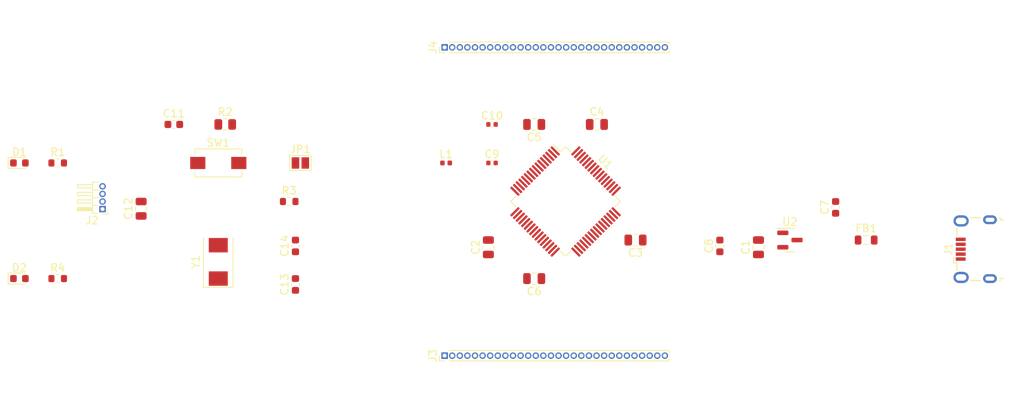
<source format=kicad_pcb>
(kicad_pcb (version 20221018) (generator pcbnew)
  (layers (0 "F.Cu" signal) (31 "B.Cu" signal) (34 "B.Paste" user) (35 "F.Paste" user) (36 "B.SilkS" user "B.Silkscreen") (37 "F.SilkS" user "F.Silkscreen") (38 "B.Mask" user) (39 "F.Mask" user) (44 "Edge.Cuts" user))
  (net 0 "")
  (net 1 "+3.3V")
  (net 2 "GND")
  (net 3 "Net-(U2-VI)")
  (net 4 "+3.3VA")
  (net 5 "Net-(SW1-A)")
  (net 6 "RESET")
  (net 7 "HSE_OUT")
  (net 8 "HSE_IN")
  (net 9 "Net-(D1-K)")
  (net 10 "Net-(D2-K)")
  (net 11 "+5V")
  (net 12 "USBD-")
  (net 13 "USBD+")
  (net 16 "SWDIO")
  (net 17 "SWDCLK")
  (net 18 "PA0")
  (net 19 "PA1")
  (net 20 "PA2")
  (net 21 "PA3")
  (net 22 "PA4")
  (net 23 "PA5")
  (net 24 "PA6")
  (net 25 "PA7")
  (net 26 "PA8")
  (net 27 "PA9")
  (net 28 "PA10")
  (net 29 "PA15")
  (net 30 "PB0")
  (net 31 "PB1")
  (net 32 "PB2")
  (net 33 "PB3")
  (net 34 "PB4")
  (net 35 "PB5")
  (net 36 "PB6")
  (net 37 "PB7")
  (net 38 "PB8")
  (net 39 "PB9")
  (net 40 "PB10")
  (net 41 "PB11")
  (net 42 "PB12")
  (net 43 "PB13")
  (net 44 "PB14")
  (net 45 "PB15")
  (net 46 "PC0")
  (net 47 "PC1")
  (net 48 "PC2")
  (net 49 "PC3")
  (net 50 "PC4")
  (net 51 "PC5")
  (net 52 "PC6")
  (net 53 "PC7")
  (net 54 "PC8")
  (net 55 "PC9")
  (net 56 "PC10")
  (net 57 "PC11")
  (net 58 "PC12")
  (net 59 "PC13_LED")
  (net 60 "PC14")
  (net 61 "PC15")
  (net 62 "BOOT0")
  (net 63 "PD2")
  (footprint "Capacitor_SMD:C_0603_1608Metric" (layer "F.Cu") (at 100.825 40.64)
    (fp_text reference "C11" (at 0 -1.43) (layer "F.SilkS"))
    (fp_text value "C")
    (fp_line (start -0.14058 -0.51) (end 0.14058 -0.51) (stroke (width 0.12)) (layer "F.SilkS"))
    (fp_line (start -0.14058 0.51) (end 0.14058 0.51) (stroke (width 0.12)) (layer "F.SilkS"))
    (pad "1" smd roundrect (at -0.775 0) (size 0.9 0.95) (layers "F.Cu" "F.Paste" "F.Mask") (net 5 "Net-(SW1-A)"))
    (pad "2" smd roundrect (at 0.775 0) (size 0.9 0.95) (layers "F.Cu" "F.Paste" "F.Mask") (net 6 "RESET"))
  )
  (footprint "Capacitor_SMD:C_0805_2012Metric" (layer "F.Cu") (at 96.52 51.75 90)
    (fp_text reference "C12" (at 0 -1.68 90) (layer "F.SilkS"))
    (fp_text value "100n")
    (fp_line (start -0.261252 -0.735) (end 0.261252 -0.735) (stroke (width 0.12)) (layer "F.SilkS"))
    (fp_line (start -0.261252 0.735) (end 0.261252 0.735) (stroke (width 0.12)) (layer "F.SilkS"))
    (pad "1" smd roundrect (at -0.95 0 90) (size 1 1.45) (layers "F.Cu" "F.Paste" "F.Mask") (net 1 "+3.3V"))
    (pad "2" smd roundrect (at 0.95 0 90) (size 1 1.45) (layers "F.Cu" "F.Paste" "F.Mask") (net 2 "GND"))
  )
  (footprint "Capacitor_SMD:C_0603_1608Metric" (layer "F.Cu") (at 116.84 56.655 90)
    (fp_text reference "C14" (at 0 -1.43 90) (layer "F.SilkS"))
    (fp_text value "20pf")
    (fp_line (start -0.14058 -0.51) (end 0.14058 -0.51) (stroke (width 0.12)) (layer "F.SilkS"))
    (fp_line (start -0.14058 0.51) (end 0.14058 0.51) (stroke (width 0.12)) (layer "F.SilkS"))
    (pad "1" smd roundrect (at -0.775 0 90) (size 0.9 0.95) (layers "F.Cu" "F.Paste" "F.Mask") (net 8 "HSE_IN"))
    (pad "2" smd roundrect (at 0.775 0 90) (size 0.9 0.95) (layers "F.Cu" "F.Paste" "F.Mask") (net 2 "GND"))
  )
  (footprint "Inductor_SMD:L_0402_1005Metric" (layer "F.Cu") (at 136.675 45.72)
    (fp_text reference "L1" (at 0 -1.17) (layer "F.SilkS"))
    (fp_text value "27n")
    (pad "1" smd roundrect (at -0.485 0) (size 0.59 0.64) (layers "F.Cu" "F.Paste" "F.Mask") (net 1 "+3.3V"))
    (pad "2" smd roundrect (at 0.485 0) (size 0.59 0.64) (layers "F.Cu" "F.Paste" "F.Mask") (net 4 "+3.3VA"))
  )
  (footprint "Package_TO_SOT_SMD:SOT-23" (layer "F.Cu") (at 181.9425 55.88)
    (fp_text reference "U2" (at 0 -2.4) (layer "F.SilkS"))
    (fp_text value "XC6206P332MR")
    (fp_line (start 0 -1.56) (end -1.675 -1.56) (stroke (width 0.12)) (layer "F.SilkS"))
    (fp_line (start 0 -1.56) (end 0.65 -1.56) (stroke (width 0.12)) (layer "F.SilkS"))
    (fp_line (start 0 1.56) (end -0.65 1.56) (stroke (width 0.12)) (layer "F.SilkS"))
    (fp_line (start 0 1.56) (end 0.65 1.56) (stroke (width 0.12)) (layer "F.SilkS"))
    (pad "1" smd roundrect (at -0.9375 -0.95) (size 1.475 0.6) (layers "F.Cu" "F.Paste" "F.Mask") (net 2 "GND"))
    (pad "2" smd roundrect (at -0.9375 0.95) (size 1.475 0.6) (layers "F.Cu" "F.Paste" "F.Mask") (net 1 "+3.3V"))
    (pad "3" smd roundrect (at 0.9375 0) (size 1.475 0.6) (layers "F.Cu" "F.Paste" "F.Mask") (net 3 "Net-(U2-VI)"))
  )
  (footprint "LED_SMD:LED_0603_1608Metric" (layer "F.Cu") (at 80.4925 60.96)
    (fp_text reference "D2" (at 0 -1.43) (layer "F.SilkS"))
    (fp_text value "GREEN")
    (fp_line (start -1.485 -0.735) (end -1.485 0.735) (stroke (width 0.12)) (layer "F.SilkS"))
    (fp_line (start -1.485 0.735) (end 0.8 0.735) (stroke (width 0.12)) (layer "F.SilkS"))
    (fp_line (start 0.8 -0.735) (end -1.485 -0.735) (stroke (width 0.12)) (layer "F.SilkS"))
    (pad "1" smd roundrect (at -0.7875 0) (size 0.875 0.95) (layers "F.Cu" "F.Paste" "F.Mask") (net 10 "Net-(D2-K)"))
    (pad "2" smd roundrect (at 0.7875 0) (size 0.875 0.95) (layers "F.Cu" "F.Paste" "F.Mask") (net 1 "+3.3V"))
  )
  (footprint "Capacitor_SMD:C_0402_1005Metric" (layer "F.Cu") (at 142.72 45.72)
    (fp_text reference "C9" (at 0 -1.16) (layer "F.SilkS"))
    (fp_text value "1u")
    (fp_line (start -0.107836 -0.36) (end 0.107836 -0.36) (stroke (width 0.12)) (layer "F.SilkS"))
    (fp_line (start -0.107836 0.36) (end 0.107836 0.36) (stroke (width 0.12)) (layer "F.SilkS"))
    (pad "1" smd roundrect (at -0.48 0) (size 0.56 0.62) (layers "F.Cu" "F.Paste" "F.Mask") (net 4 "+3.3VA"))
    (pad "2" smd roundrect (at 0.48 0) (size 0.56 0.62) (layers "F.Cu" "F.Paste" "F.Mask") (net 2 "GND"))
  )
  (footprint "Capacitor_SMD:C_0603_1608Metric" (layer "F.Cu") (at 116.84 61.735 90)
    (fp_text reference "C13" (at 0 -1.43 90) (layer "F.SilkS"))
    (fp_text value "20pf")
    (fp_line (start -0.14058 -0.51) (end 0.14058 -0.51) (stroke (width 0.12)) (layer "F.SilkS"))
    (fp_line (start -0.14058 0.51) (end 0.14058 0.51) (stroke (width 0.12)) (layer "F.SilkS"))
    (pad "1" smd roundrect (at -0.775 0 90) (size 0.9 0.95) (layers "F.Cu" "F.Paste" "F.Mask") (net 7 "HSE_OUT"))
    (pad "2" smd roundrect (at 0.775 0 90) (size 0.9 0.95) (layers "F.Cu" "F.Paste" "F.Mask") (net 2 "GND"))
  )
  (footprint "Capacitor_SMD:C_0603_1608Metric" (layer "F.Cu") (at 187.96 51.575 90)
    (fp_text reference "C7" (at 0 -1.43 90) (layer "F.SilkS"))
    (fp_text value "1u")
    (fp_line (start -0.14058 -0.51) (end 0.14058 -0.51) (stroke (width 0.12)) (layer "F.SilkS"))
    (fp_line (start -0.14058 0.51) (end 0.14058 0.51) (stroke (width 0.12)) (layer "F.SilkS"))
    (pad "1" smd roundrect (at -0.775 0 90) (size 0.9 0.95) (layers "F.Cu" "F.Paste" "F.Mask") (net 3 "Net-(U2-VI)"))
    (pad "2" smd roundrect (at 0.775 0 90) (size 0.9 0.95) (layers "F.Cu" "F.Paste" "F.Mask") (net 2 "GND"))
  )
  (footprint "Resistor_SMD:R_0805_2012Metric" (layer "F.Cu") (at 107.5925 40.64)
    (fp_text reference "R2" (at 0 -1.65) (layer "F.SilkS"))
    (fp_text value "R")
    (fp_line (start -0.227064 -0.735) (end 0.227064 -0.735) (stroke (width 0.12)) (layer "F.SilkS"))
    (fp_line (start -0.227064 0.735) (end 0.227064 0.735) (stroke (width 0.12)) (layer "F.SilkS"))
    (pad "1" smd roundrect (at -0.9125 0) (size 1.025 1.4) (layers "F.Cu" "F.Paste" "F.Mask") (roundrect_rratio 0.243902) (net 1 "+3.3V"))
    (pad "2" smd roundrect (at 0.9125 0) (size 1.025 1.4) (layers "F.Cu" "F.Paste" "F.Mask") (roundrect_rratio 0.243902) (net 5 "Net-(SW1-A)"))
  )
  (footprint "Button_Switch_SMD:SW_SPST_EVQPE1" (layer "F.Cu") (at 106.68 45.72)
    (fp_text reference "SW1" (at 0 -2.65) (layer "F.SilkS"))
    (fp_text value "SW_SPST")
    (fp_line (start -3.1 -1.85) (end -3.1 -1.2) (stroke (width 0.12)) (layer "F.SilkS"))
    (fp_line (start -3.1 1.2) (end -3.1 1.85) (stroke (width 0.12)) (layer "F.SilkS"))
    (fp_line (start -3.1 1.85) (end 3.1 1.85) (stroke (width 0.12)) (layer "F.SilkS"))
    (fp_line (start 3.1 -1.85) (end -3.1 -1.85) (stroke (width 0.12)) (layer "F.SilkS"))
    (fp_line (start 3.1 -1.85) (end 3.1 -1.2) (stroke (width 0.12)) (layer "F.SilkS"))
    (fp_line (start 3.1 1.85) (end 3.1 1.2) (stroke (width 0.12)) (layer "F.SilkS"))
    (pad "1" smd rect (at -2.7 0) (size 2 1.6) (layers "F.Cu" "F.Paste" "F.Mask") (net 5 "Net-(SW1-A)"))
    (pad "2" smd rect (at 2.7 0) (size 2 1.6) (layers "F.Cu" "F.Paste" "F.Mask") (net 6 "RESET"))
  )
  (footprint "Crystal:Crystal_SMD_0603-2Pin_6.0x3.5mm" (layer "F.Cu") (at 106.68 58.76 90)
    (fp_text reference "Y1" (at 0 -2.95 90) (layer "F.SilkS"))
    (fp_text value "8MHz")
    (fp_line (start -3.35 -1.95) (end -3.35 1.95) (stroke (width 0.12)) (layer "F.SilkS"))
    (fp_line (start -3.35 1.95) (end 3.2 1.95) (stroke (width 0.12)) (layer "F.SilkS"))
    (fp_line (start 3.2 -1.95) (end -3.35 -1.95) (stroke (width 0.12)) (layer "F.SilkS"))
    (pad "1" smd rect (at -2.2 0 90) (size 1.9 2.5) (layers "F.Cu" "F.Paste" "F.Mask") (net 7 "HSE_OUT"))
    (pad "2" smd rect (at 2.2 0 90) (size 1.9 2.5) (layers "F.Cu" "F.Paste" "F.Mask") (net 8 "HSE_IN"))
  )
  (footprint "Connector_PinHeader_1.00mm:PinHeader_1x04_P1.00mm_Horizontal" (layer "F.Cu") (at 91.44 51.8 180)
    (fp_text reference "J2" (at 1.375 -1.5) (layer "F.SilkS"))
    (fp_text value "Conn_01x04_Pin")
    (fp_line (start -0.685 -0.685) (end 0 -0.685) (stroke (width 0.12)) (layer "F.SilkS"))
    (fp_line (start -0.685 0) (end -0.685 -0.685) (stroke (width 0.12)) (layer "F.SilkS"))
    (fp_line (start 0.468215 1.5) (end 1.31 1.5) (stroke (width 0.12)) (layer "F.SilkS"))
    (fp_line (start 0.468215 2.5) (end 1.31 2.5) (stroke (width 0.12)) (layer "F.SilkS"))
    (fp_line (start 0.685 -0.56) (end 1.31 -0.56) (stroke (width 0.12)) (layer "F.SilkS"))
    (fp_line (start 0.685 0.5) (end 1.31 0.5) (stroke (width 0.12)) (layer "F.SilkS"))
    (fp_line (start 1.31 -0.56) (end 1.31 3.56) (stroke (width 0.12)) (layer "F.SilkS"))
    (fp_line (start 1.31 -0.21) (end 3.31 -0.21) (stroke (width 0.12)) (layer "F.SilkS"))
    (fp_line (start 1.31 -0.15) (end 3.31 -0.15) (stroke (width 0.12)) (layer "F.SilkS"))
    (fp_line (start 1.31 -0.03) (end 3.31 -0.03) (stroke (width 0.12)) (layer "F.SilkS"))
    (fp_line (start 1.31 0.09) (end 3.31 0.09) (stroke (width 0.12)) (layer "F.SilkS"))
    (fp_line (start 1.31 0.79) (end 3.31 0.79) (stroke (width 0.12)) (layer "F.SilkS"))
    (fp_line (start 1.31 1.79) (end 3.31 1.79) (stroke (width 0.12)) (layer "F.SilkS"))
    (fp_line (start 1.31 2.79) (end 3.31 2.79) (stroke (width 0.12)) (layer "F.SilkS"))
    (fp_line (start 1.31 3.56) (end 0.394493 3.56) (stroke (width 0.12)) (layer "F.SilkS"))
    (fp_line (start 3.31 -0.21) (end 3.31 0.21) (stroke (width 0.12)) (layer "F.SilkS"))
    (fp_line (start 3.31 0.21) (end 1.31 0.21) (stroke (width 0.12)) (layer "F.SilkS"))
    (fp_line (start 3.31 0.79) (end 3.31 1.21) (stroke (width 0.12)) (layer "F.SilkS"))
    (fp_line (start 3.31 1.21) (end 1.31 1.21) (stroke (width 0.12)) (layer "F.SilkS"))
    (fp_line (start 3.31 1.79) (end 3.31 2.21) (stroke (width 0.12)) (layer "F.SilkS"))
    (fp_line (start 3.31 2.21) (end 1.31 2.21) (stroke (width 0.12)) (layer "F.SilkS"))
    (fp_line (start 3.31 2.79) (end 3.31 3.21) (stroke (width 0.12)) (layer "F.SilkS"))
    (fp_line (start 3.31 3.21) (end 1.31 3.21) (stroke (width 0.12)) (layer "F.SilkS"))
    (pad "1" thru_hole rect (at 0 0 180) (size 0.85 0.85) (drill 0.5) (layers "*.Cu" "*.Mask") (net 1 "+3.3V"))
    (pad "2" thru_hole oval (at 0 1 180) (size 0.85 0.85) (drill 0.5) (layers "*.Cu" "*.Mask") (net 16 "SWDIO"))
    (pad "3" thru_hole oval (at 0 2 180) (size 0.85 0.85) (drill 0.5) (layers "*.Cu" "*.Mask") (net 17 "SWDCLK"))
    (pad "4" thru_hole oval (at 0 3 180) (size 0.85 0.85) (drill 0.5) (layers "*.Cu" "*.Mask") (net 2 "GND"))
  )
  (footprint "Resistor_SMD:R_0603_1608Metric" (layer "F.Cu") (at 85.535 45.72)
    (fp_text reference "R1" (at 0 -1.43) (layer "F.SilkS"))
    (fp_text value "1k5")
    (fp_line (start -0.237258 -0.5225) (end 0.237258 -0.5225) (stroke (width 0.12)) (layer "F.SilkS"))
    (fp_line (start -0.237258 0.5225) (end 0.237258 0.5225) (stroke (width 0.12)) (layer "F.SilkS"))
    (pad "1" smd roundrect (at -0.825 0) (size 0.8 0.95) (layers "F.Cu" "F.Paste" "F.Mask") (net 9 "Net-(D1-K)"))
    (pad "2" smd roundrect (at 0.825 0) (size 0.8 0.95) (layers "F.Cu" "F.Paste" "F.Mask") (net 2 "GND"))
  )
  (footprint "Connector_PinHeader_1.00mm:PinHeader_1x30_P1.00mm_Vertical" (layer "F.Cu") (at 136.48 30.48 90)
    (fp_text reference "J4" (at 0 -1.56 90) (layer "F.SilkS"))
    (fp_text value "Conn_01x30_Pin")
    (fp_line (start -0.695 -0.685) (end 0 -0.685) (stroke (width 0.12)) (layer "F.SilkS"))
    (fp_line (start -0.695 0) (end -0.695 -0.685) (stroke (width 0.12)) (layer "F.SilkS"))
    (fp_line (start -0.695 0.685) (end -0.695 29.56) (stroke (width 0.12)) (layer "F.SilkS"))
    (fp_line (start -0.695 0.685) (end -0.608276 0.685) (stroke (width 0.12)) (layer "F.SilkS"))
    (fp_line (start -0.695 29.56) (end -0.394493 29.56) (stroke (width 0.12)) (layer "F.SilkS"))
    (fp_line (start 0.394493 29.56) (end 0.695 29.56) (stroke (width 0.12)) (layer "F.SilkS"))
    (fp_line (start 0.608276 0.685) (end 0.695 0.685) (stroke (width 0.12)) (layer "F.SilkS"))
    (fp_line (start 0.695 0.685) (end 0.695 29.56) (stroke (width 0.12)) (layer "F.SilkS"))
    (pad "1" thru_hole rect (at 0 0 90) (size 0.85 0.85) (drill 0.5) (layers "*.Cu" "*.Mask") (net 11 "+5V"))
    (pad "2" thru_hole oval (at 0 1 90) (size 0.85 0.85) (drill 0.5) (layers "*.Cu" "*.Mask") (net 1 "+3.3V"))
    (pad "3" thru_hole oval (at 0 2 90) (size 0.85 0.85) (drill 0.5) (layers "*.Cu" "*.Mask") (net 2 "GND"))
    (pad "4" thru_hole oval (at 0 3 90) (size 0.85 0.85) (drill 0.5) (layers "*.Cu" "*.Mask") (net 21 "PA3"))
    (pad "5" thru_hole oval (at 0 4 90) (size 0.85 0.85) (drill 0.5) (layers "*.Cu" "*.Mask") (net 20 "PA2"))
    (pad "6" thru_hole oval (at 0 5 90) (size 0.85 0.85) (drill 0.5) (layers "*.Cu" "*.Mask") (net 19 "PA1"))
    (pad "7" thru_hole oval (at 0 6 90) (size 0.85 0.85) (drill 0.5) (layers "*.Cu" "*.Mask") (net 18 "PA0"))
    (pad "8" thru_hole oval (at 0 7 90) (size 0.85 0.85) (drill 0.5) (layers "*.Cu" "*.Mask") (net 49 "PC3"))
    (pad "9" thru_hole oval (at 0 8 90) (size 0.85 0.85) (drill 0.5) (layers "*.Cu" "*.Mask") (net 48 "PC2"))
    (pad "10" thru_hole oval (at 0 9 90) (size 0.85 0.85) (drill 0.5) (layers "*.Cu" "*.Mask") (net 47 "PC1"))
    (pad "11" thru_hole oval (at 0 10 90) (size 0.85 0.85) (drill 0.5) (layers "*.Cu" "*.Mask") (net 46 "PC0"))
    (pad "12" thru_hole oval (at 0 11 90) (size 0.85 0.85) (drill 0.5) (layers "*.Cu" "*.Mask") (net 61 "PC15"))
    (pad "13" thru_hole oval (at 0 12 90) (size 0.85 0.85) (drill 0.5) (layers "*.Cu" "*.Mask") (net 60 "PC14"))
    (pad "14" thru_hole oval (at 0 13 90) (size 0.85 0.85) (drill 0.5) (layers "*.Cu" "*.Mask") (net 59 "PC13_LED"))
    (pad "15" thru_hole oval (at 0 14 90) (size 0.85 0.85) (drill 0.5) (layers "*.Cu" "*.Mask") (net 39 "PB9"))
    (pad "16" thru_hole oval (at 0 15 90) (size 0.85 0.85) (drill 0.5) (layers "*.Cu" "*.Mask") (net 38 "PB8"))
    (pad "17" thru_hole oval (at 0 16 90) (size 0.85 0.85) (drill 0.5) (layers "*.Cu" "*.Mask") (net 37 "PB7"))
    (pad "18" thru_hole oval (at 0 17 90) (size 0.85 0.85) (drill 0.5) (layers "*.Cu" "*.Mask") (net 36 "PB6"))
    (pad "19" thru_hole oval (at 0 18 90) (size 0.85 0.85) (drill 0.5) (layers "*.Cu" "*.Mask") (net 35 "PB5"))
    (pad "20" thru_hole oval (at 0 19 90) (size 0.85 0.85) (drill 0.5) (layers "*.Cu" "*.Mask") (net 34 "PB4"))
    (pad "21" thru_hole oval (at 0 20 90) (size 0.85 0.85) (drill 0.5) (layers "*.Cu" "*.Mask") (net 33 "PB3"))
    (pad "22" thru_hole oval (at 0 21 90) (size 0.85 0.85) (drill 0.5) (layers "*.Cu" "*.Mask") (net 58 "PC12"))
    (pad "23" thru_hole oval (at 0 22 90) (size 0.85 0.85) (drill 0.5) (layers "*.Cu" "*.Mask") (net 57 "PC11"))
    (pad "24" thru_hole oval (at 0 23 90) (size 0.85 0.85) (drill 0.5) (layers "*.Cu" "*.Mask") (net 56 "PC10"))
    (pad "25" thru_hole oval (at 0 24 90) (size 0.85 0.85) (drill 0.5) (layers "*.Cu" "*.Mask") (net 29 "PA15"))
    (pad "26" thru_hole oval (at 0 25 90) (size 0.85 0.85) (drill 0.5) (layers "*.Cu" "*.Mask") (net 17 "SWDCLK"))
    (pad "27" thru_hole oval (at 0 26 90) (size 0.85 0.85) (drill 0.5) (layers "*.Cu" "*.Mask") (net 16 "SWDIO"))
    (pad "28" thru_hole oval (at 0 27 90) (size 0.85 0.85) (drill 0.5) (layers "*.Cu" "*.Mask") (net 2 "GND"))
    (pad "29" thru_hole oval (at 0 28 90) (size 0.85 0.85) (drill 0.5) (layers "*.Cu" "*.Mask") (net 1 "+3.3V"))
    (pad "30" thru_hole oval (at 0 29 90) (size 0.85 0.85) (drill 0.5) (layers "*.Cu" "*.Mask") (net 11 "+5V"))
  )
  (footprint "Resistor_SMD:R_0603_1608Metric" (layer "F.Cu") (at 85.535 60.96)
    (fp_text reference "R4" (at 0 -1.43) (layer "F.SilkS"))
    (fp_text value "R")
    (fp_line (start -0.237258 -0.5225) (end 0.237258 -0.5225) (stroke (width 0.12)) (layer "F.SilkS"))
    (fp_line (start -0.237258 0.5225) (end 0.237258 0.5225) (stroke (width 0.12)) (layer "F.SilkS"))
    (pad "1" smd roundrect (at -0.825 0) (size 0.8 0.95) (layers "F.Cu" "F.Paste" "F.Mask") (net 10 "Net-(D2-K)"))
    (pad "2" smd roundrect (at 0.825 0) (size 0.8 0.95) (layers "F.Cu" "F.Paste" "F.Mask") (net 59 "PC13_LED"))
  )
  (footprint "Capacitor_SMD:C_0805_2012Metric" (layer "F.Cu") (at 161.61 55.88 180)
    (fp_text reference "C3" (at 0 -1.68) (layer "F.SilkS"))
    (fp_text value "100n")
    (fp_line (start -0.261252 -0.735) (end 0.261252 -0.735) (stroke (width 0.12)) (layer "F.SilkS"))
    (fp_line (start -0.261252 0.735) (end 0.261252 0.735) (stroke (width 0.12)) (layer "F.SilkS"))
    (pad "1" smd roundrect (at -0.95 0 180) (size 1 1.45) (layers "F.Cu" "F.Paste" "F.Mask") (net 1 "+3.3V"))
    (pad "2" smd roundrect (at 0.95 0 180) (size 1 1.45) (layers "F.Cu" "F.Paste" "F.Mask") (net 2 "GND"))
  )
  (footprint "Capacitor_SMD:C_0805_2012Metric" (layer "F.Cu") (at 156.53 40.64)
    (fp_text reference "C4" (at 0 -1.68) (layer "F.SilkS"))
    (fp_text value "100n")
    (fp_line (start -0.261252 -0.735) (end 0.261252 -0.735) (stroke (width 0.12)) (layer "F.SilkS"))
    (fp_line (start -0.261252 0.735) (end 0.261252 0.735) (stroke (width 0.12)) (layer "F.SilkS"))
    (pad "1" smd roundrect (at -0.95 0) (size 1 1.45) (layers "F.Cu" "F.Paste" "F.Mask") (net 1 "+3.3V"))
    (pad "2" smd roundrect (at 0.95 0) (size 1 1.45) (layers "F.Cu" "F.Paste" "F.Mask") (net 2 "GND"))
  )
  (footprint "Connector_PinHeader_1.00mm:PinHeader_1x30_P1.00mm_Vertical" (layer "F.Cu") (at 136.48 71.12 90)
    (fp_text reference "J3" (at 0 -1.56 90) (layer "F.SilkS"))
    (fp_text value "Conn_01x30_Pin")
    (fp_line (start -0.695 -0.685) (end 0 -0.685) (stroke (width 0.12)) (layer "F.SilkS"))
    (fp_line (start -0.695 0) (end -0.695 -0.685) (stroke (width 0.12)) (layer "F.SilkS"))
    (fp_line (start -0.695 0.685) (end -0.695 29.56) (stroke (width 0.12)) (layer "F.SilkS"))
    (fp_line (start -0.695 0.685) (end -0.608276 0.685) (stroke (width 0.12)) (layer "F.SilkS"))
    (fp_line (start -0.695 29.56) (end -0.394493 29.56) (stroke (width 0.12)) (layer "F.SilkS"))
    (fp_line (start 0.394493 29.56) (end 0.695 29.56) (stroke (width 0.12)) (layer "F.SilkS"))
    (fp_line (start 0.608276 0.685) (end 0.695 0.685) (stroke (width 0.12)) (layer "F.SilkS"))
    (fp_line (start 0.695 0.685) (end 0.695 29.56) (stroke (width 0.12)) (layer "F.SilkS"))
    (pad "1" thru_hole rect (at 0 0 90) (size 0.85 0.85) (drill 0.5) (layers "*.Cu" "*.Mask") (net 11 "+5V"))
    (pad "2" thru_hole oval (at 0 1 90) (size 0.85 0.85) (drill 0.5) (layers "*.Cu" "*.Mask") (net 1 "+3.3V"))
    (pad "3" thru_hole oval (at 0 2 90) (size 0.85 0.85) (drill 0.5) (layers "*.Cu" "*.Mask") (net 2 "GND"))
    (pad "4" thru_hole oval (at 0 3 90) (size 0.85 0.85) (drill 0.5) (layers "*.Cu" "*.Mask") (net 22 "PA4"))
    (pad "5" thru_hole oval (at 0 4 90) (size 0.85 0.85) (drill 0.5) (layers "*.Cu" "*.Mask") (net 23 "PA5"))
    (pad "6" thru_hole oval (at 0 5 90) (size 0.85 0.85) (drill 0.5) (layers "*.Cu" "*.Mask") (net 24 "PA6"))
    (pad "7" thru_hole oval (at 0 6 90) (size 0.85 0.85) (drill 0.5) (layers "*.Cu" "*.Mask") (net 25 "PA7"))
    (pad "8" thru_hole oval (at 0 7 90) (size 0.85 0.85) (drill 0.5) (layers "*.Cu" "*.Mask") (net 50 "PC4"))
    (pad "9" thru_hole oval (at 0 8 90) (size 0.85 0.85) (drill 0.5) (layers "*.Cu" "*.Mask") (net 51 "PC5"))
    (pad "10" thru_hole oval (at 0 9 90) (size 0.85 0.85) (drill 0.5) (layers "*.Cu" "*.Mask") (net 30 "PB0"))
    (pad "11" thru_hole oval (at 0 10 90) (size 0.85 0.85) (drill 0.5) (layers "*.Cu" "*.Mask") (net 31 "PB1"))
    (pad "12" thru_hole oval (at 0 11 90) (size 0.85 0.85) (drill 0.5) (layers "*.Cu" "*.Mask") (net 32 "PB2"))
    (pad "13" thru_hole oval (at 0 12 90) (size 0.85 0.85) (drill 0.5) (layers "*.Cu" "*.Mask") (net 40 "PB10"))
    (pad "14" thru_hole oval (at 0 13 90) (size 0.85 0.85) (drill 0.5) (layers "*.Cu" "*.Mask") (net 41 "PB11"))
    (pad "15" thru_hole oval (at 0 14 90) (size 0.85 0.85) (drill 0.5) (layers "*.Cu" "*.Mask") (net 42 "PB12"))
    (pad "16" thru_hole oval (at 0 15 90) (size 0.85 0.85) (drill 0.5) (layers "*.Cu" "*.Mask") (net 43 "PB13"))
    (pad "17" thru_hole oval (at 0 16 90) (size 0.85 0.85) (drill 0.5) (layers "*.Cu" "*.Mask") (net 44 "PB14"))
    (pad "18" thru_hole oval (at 0 17 90) (size 0.85 0.85) (drill 0.5) (layers "*.Cu" "*.Mask") (net 45 "PB15"))
    (pad "19" thru_hole oval (at 0 18 90) (size 0.85 0.85) (drill 0.5) (layers "*.Cu" "*.Mask") (net 52 "PC6"))
    (pad "20" thru_hole oval (at 0 19 90) (size 0.85 0.85) (drill 0.5) (layers "*.Cu" "*.Mask") (net 53 "PC7"))
    (pad "21" thru_hole oval (at 0 20 90) (size 0.85 0.85) (drill 0.5) (layers "*.Cu" "*.Mask") (net 54 "PC8"))
    (pad "22" thru_hole oval (at 0 21 90) (size 0.85 0.85) (drill 0.5) (layers "*.Cu" "*.Mask") (net 55 "PC9"))
    (pad "23" thru_hole oval (at 0 22 90) (size 0.85 0.85) (drill 0.5) (layers "*.Cu" "*.Mask") (net 26 "PA8"))
    (pad "24" thru_hole oval (at 0 23 90) (size 0.85 0.85) (drill 0.5) (layers "*.Cu" "*.Mask") (net 27 "PA9"))
    (pad "25" thru_hole oval (at 0 24 90) (size 0.85 0.85) (drill 0.5) (layers "*.Cu" "*.Mask") (net 28 "PA10"))
    (pad "26" thru_hole oval (at 0 25 90) (size 0.85 0.85) (drill 0.5) (layers "*.Cu" "*.Mask") (net 12 "USBD-"))
    (pad "27" thru_hole oval (at 0 26 90) (size 0.85 0.85) (drill 0.5) (layers "*.Cu" "*.Mask") (net 13 "USBD+"))
    (pad "28" thru_hole oval (at 0 27 90) (size 0.85 0.85) (drill 0.5) (layers "*.Cu" "*.Mask") (net 2 "GND"))
    (pad "29" thru_hole oval (at 0 28 90) (size 0.85 0.85) (drill 0.5) (layers "*.Cu" "*.Mask") (net 1 "+3.3V"))
    (pad "30" thru_hole oval (at 0 29 90) (size 0.85 0.85) (drill 0.5) (layers "*.Cu" "*.Mask") (net 11 "+5V"))
  )
  (footprint "Capacitor_SMD:C_0805_2012Metric" (layer "F.Cu") (at 142.24 56.83 90)
    (fp_text reference "C2" (at 0 -1.68 90) (layer "F.SilkS"))
    (fp_text value "100n")
    (fp_line (start -0.261252 -0.735) (end 0.261252 -0.735) (stroke (width 0.12)) (layer "F.SilkS"))
    (fp_line (start -0.261252 0.735) (end 0.261252 0.735) (stroke (width 0.12)) (layer "F.SilkS"))
    (pad "1" smd roundrect (at -0.95 0 90) (size 1 1.45) (layers "F.Cu" "F.Paste" "F.Mask") (net 1 "+3.3V"))
    (pad "2" smd roundrect (at 0.95 0 90) (size 1 1.45) (layers "F.Cu" "F.Paste" "F.Mask") (net 2 "GND"))
  )
  (footprint "Inductor_SMD:L_0805_2012Metric" (layer "F.Cu") (at 191.9775 55.88)
    (fp_text reference "FB1" (at 0 -1.55) (layer "F.SilkS"))
    (fp_text value "FerriteBead")
    (fp_line (start -0.399622 -0.56) (end 0.399622 -0.56) (stroke (width 0.12)) (layer "F.SilkS"))
    (fp_line (start -0.399622 0.56) (end 0.399622 0.56) (stroke (width 0.12)) (layer "F.SilkS"))
    (pad "1" smd roundrect (at -1.0625 0) (size 0.875 1.2) (layers "F.Cu" "F.Paste" "F.Mask") (net 11 "+5V"))
    (pad "2" smd roundrect (at 1.0625 0) (size 0.875 1.2) (layers "F.Cu" "F.Paste" "F.Mask") (net 3 "Net-(U2-VI)"))
  )
  (footprint "Capacitor_SMD:C_0805_2012Metric" (layer "F.Cu") (at 148.27 60.96 180)
    (fp_text reference "C6" (at 0 -1.68) (layer "F.SilkS"))
    (fp_text value "100n")
    (fp_line (start -0.261252 -0.735) (end 0.261252 -0.735) (stroke (width 0.12)) (layer "F.SilkS"))
    (fp_line (start -0.261252 0.735) (end 0.261252 0.735) (stroke (width 0.12)) (layer "F.SilkS"))
    (pad "1" smd roundrect (at -0.95 0 180) (size 1 1.45) (layers "F.Cu" "F.Paste" "F.Mask") (net 1 "+3.3V"))
    (pad "2" smd roundrect (at 0.95 0 180) (size 1 1.45) (layers "F.Cu" "F.Paste" "F.Mask") (net 2 "GND"))
  )
  (footprint "Capacitor_SMD:C_0603_1608Metric" (layer "F.Cu") (at 172.72 56.655 90)
    (fp_text reference "C8" (at 0 -1.43 90) (layer "F.SilkS"))
    (fp_text value "1u")
    (fp_line (start -0.14058 -0.51) (end 0.14058 -0.51) (stroke (width 0.12)) (layer "F.SilkS"))
    (fp_line (start -0.14058 0.51) (end 0.14058 0.51) (stroke (width 0.12)) (layer "F.SilkS"))
    (pad "1" smd roundrect (at -0.775 0 90) (size 0.9 0.95) (layers "F.Cu" "F.Paste" "F.Mask") (net 1 "+3.3V"))
    (pad "2" smd roundrect (at 0.775 0 90) (size 0.9 0.95) (layers "F.Cu" "F.Paste" "F.Mask") (net 2 "GND"))
  )
  (footprint "LED_SMD:LED_0603_1608Metric" (layer "F.Cu") (at 80.4925 45.72)
    (fp_text reference "D1" (at 0 -1.43) (layer "F.SilkS"))
    (fp_text value "RED")
    (fp_line (start -1.485 -0.735) (end -1.485 0.735) (stroke (width 0.12)) (layer "F.SilkS"))
    (fp_line (start -1.485 0.735) (end 0.8 0.735) (stroke (width 0.12)) (layer "F.SilkS"))
    (fp_line (start 0.8 -0.735) (end -1.485 -0.735) (stroke (width 0.12)) (layer "F.SilkS"))
    (pad "1" smd roundrect (at -0.7875 0) (size 0.875 0.95) (layers "F.Cu" "F.Paste" "F.Mask") (net 9 "Net-(D1-K)"))
    (pad "2" smd roundrect (at 0.7875 0) (size 0.875 0.95) (layers "F.Cu" "F.Paste" "F.Mask") (net 1 "+3.3V"))
  )
  (footprint "Connector_USB:USB_Micro-B_Wuerth_629105150521" (layer "F.Cu") (at 206.33 57.085 90)
    (fp_text reference "J1" (at 0 -3.5 90) (layer "F.SilkS"))
    (fp_text value "USB_B_Micro")
    (fp_line (start -4.15 -0.65) (end -4.15 0.75) (stroke (width 0.15)) (layer "F.SilkS"))
    (fp_line (start -4.15 3.15) (end -4.15 3.3) (stroke (width 0.15)) (layer "F.SilkS"))
    (fp_line (start -4.15 3.3) (end -3.85 3.3) (stroke (width 0.15)) (layer "F.SilkS"))
    (fp_line (start -3.85 3.3) (end -3.85 3.75) (stroke (width 0.15)) (layer "F.SilkS"))
    (fp_line (start -1.8 -2.825) (end -1.8 -2.4) (stroke (width 0.15)) (layer "F.SilkS"))
    (fp_line (start -1.8 -2.4) (end -2.8 -2.4) (stroke (width 0.15)) (layer "F.SilkS"))
    (fp_line (start -1.075 -2.825) (end -1.8 -2.825) (stroke (width 0.15)) (layer "F.SilkS"))
    (fp_line (start 1.8 -2.4) (end 2.8 -2.4) (stroke (width 0.15)) (layer "F.SilkS"))
    (fp_line (start 3.85 3.3) (end 4.15 3.3) (stroke (width 0.15)) (layer "F.SilkS"))
    (fp_line (start 3.85 3.75) (end 3.85 3.3) (stroke (width 0.15)) (layer "F.SilkS"))
    (fp_line (start 4.15 0.75) (end 4.15 -0.65) (stroke (width 0.15)) (layer "F.SilkS"))
    (fp_line (start 4.15 3.3) (end 4.15 3.15) (stroke (width 0.15)) (layer "F.SilkS"))
    (pad "" np_thru_hole oval (at -2.5 -0.8 90) (size 0.8 0.8) (drill 0.8) (layers "*.Cu" "*.Mask"))
    (pad "" np_thru_hole oval (at 2.5 -0.8 90) (size 0.8 0.8) (drill 0.8) (layers "*.Cu" "*.Mask"))
    (pad "1" smd rect (at -1.3 -1.9 90) (size 0.45 1.3) (layers "F.Cu" "F.Paste" "F.Mask") (net 11 "+5V"))
    (pad "2" smd rect (at -0.65 -1.9 90) (size 0.45 1.3) (layers "F.Cu" "F.Paste" "F.Mask") (net 12 "USBD-"))
    (pad "3" smd rect (at 0 -1.9 90) (size 0.45 1.3) (layers "F.Cu" "F.Paste" "F.Mask") (net 13 "USBD+"))
    (pad "4" smd rect (at 0.65 -1.9 90) (size 0.45 1.3) (layers "F.Cu" "F.Paste" "F.Mask"))
    (pad "5" smd rect (at 1.3 -1.9 90) (size 0.45 1.3) (layers "F.Cu" "F.Paste" "F.Mask") (net 2 "GND"))
    (pad "6" thru_hole oval (at -3.875 1.95 90) (size 1.15 1.8) (drill oval 0.55 1.2) (layers "*.Cu" "*.Mask"))
    (pad "6" thru_hole oval (at -3.725 -1.85 90) (size 1.45 2) (drill oval 0.85 1.4) (layers "*.Cu" "*.Mask"))
    (pad "6" thru_hole oval (at 3.725 -1.85 90) (size 1.45 2) (drill oval 0.85 1.4) (layers "*.Cu" "*.Mask"))
    (pad "6" thru_hole oval (at 3.875 1.95 90) (size 1.15 1.8) (drill oval 0.55 1.2) (layers "*.Cu" "*.Mask"))
  )
  (footprint "Capacitor_SMD:C_0805_2012Metric" (layer "F.Cu") (at 148.27 40.64 180)
    (fp_text reference "C5" (at 0 -1.68) (layer "F.SilkS"))
    (fp_text value "100n")
    (fp_line (start -0.261252 -0.735) (end 0.261252 -0.735) (stroke (width 0.12)) (layer "F.SilkS"))
    (fp_line (start -0.261252 0.735) (end 0.261252 0.735) (stroke (width 0.12)) (layer "F.SilkS"))
    (pad "1" smd roundrect (at -0.95 0 180) (size 1 1.45) (layers "F.Cu" "F.Paste" "F.Mask") (net 1 "+3.3V"))
    (pad "2" smd roundrect (at 0.95 0 180) (size 1 1.45) (layers "F.Cu" "F.Paste" "F.Mask") (net 2 "GND"))
  )
  (footprint "Jumper:SolderJumper-2_P1.3mm_Open_Pad1.0x1.5mm" (layer "F.Cu") (at 117.49 45.72)
    (fp_text reference "JP1" (at 0 -1.8) (layer "F.SilkS"))
    (fp_text value "SolderJumper_2_Open")
    (fp_line (start -1.4 -1) (end 1.4 -1) (stroke (width 0.12)) (layer "F.SilkS"))
    (fp_line (start -1.4 1) (end -1.4 -1) (stroke (width 0.12)) (layer "F.SilkS"))
    (fp_line (start 1.4 -1) (end 1.4 1) (stroke (width 0.12)) (layer "F.SilkS"))
    (fp_line (start 1.4 1) (end -1.4 1) (stroke (width 0.12)) (layer "F.SilkS"))
    (pad "1" smd rect (at -0.65 0) (size 1 1.5) (layers "F.Cu" "F.Mask") (net 62 "BOOT0"))
    (pad "2" smd rect (at 0.65 0) (size 1 1.5) (layers "F.Cu" "F.Mask") (net 1 "+3.3V"))
  )
  (footprint "Package_QFP:LQFP-64_10x10mm_P0.5mm" (layer "F.Cu") (at 152.4 50.8 -45)
    (fp_text reference "U1" (at 0 -7.4 135) (layer "F.SilkS"))
    (fp_text value "STM32F072RBTx")
    (fp_line (start -5.11 -5.11) (end -5.11 -4.16) (stroke (width 0.12)) (layer "F.SilkS"))
    (fp_line (start -5.11 -4.16) (end -6.45 -4.16) (stroke (width 0.12)) (layer "F.SilkS"))
    (fp_line (start -5.11 5.11) (end -5.11 4.16) (stroke (width 0.12)) (layer "F.SilkS"))
    (fp_line (start -4.16 -5.11) (end -5.11 -5.11) (stroke (width 0.12)) (layer "F.SilkS"))
    (fp_line (start -4.16 5.11) (end -5.11 5.11) (stroke (width 0.12)) (layer "F.SilkS"))
    (fp_line (start 4.16 -5.11) (end 5.11 -5.11) (stroke (width 0.12)) (layer "F.SilkS"))
    (fp_line (start 4.16 5.11) (end 5.11 5.11) (stroke (width 0.12)) (layer "F.SilkS"))
    (fp_line (start 5.11 -5.11) (end 5.11 -4.16) (stroke (width 0.12)) (layer "F.SilkS"))
    (fp_line (start 5.11 5.11) (end 5.11 4.16) (stroke (width 0.12)) (layer "F.SilkS"))
    (pad "1" smd roundrect (at -5.675 -3.75 315) (size 1.55 0.3) (layers "F.Cu" "F.Paste" "F.Mask") (net 1 "+3.3V"))
    (pad "2" smd roundrect (at -5.675 -3.25 315) (size 1.55 0.3) (layers "F.Cu" "F.Paste" "F.Mask") (net 59 "PC13_LED"))
    (pad "3" smd roundrect (at -5.675 -2.75 315) (size 1.55 0.3) (layers "F.Cu" "F.Paste" "F.Mask") (net 60 "PC14"))
    (pad "4" smd roundrect (at -5.675 -2.25 315) (size 1.55 0.3) (layers "F.Cu" "F.Paste" "F.Mask") (net 61 "PC15"))
    (pad "5" smd roundrect (at -5.675 -1.75 315) (size 1.55 0.3) (layers "F.Cu" "F.Paste" "F.Mask") (net 8 "HSE_IN"))
    (pad "6" smd roundrect (at -5.675 -1.25 315) (size 1.55 0.3) (layers "F.Cu" "F.Paste" "F.Mask") (net 7 "HSE_OUT"))
    (pad "7" smd roundrect (at -5.675 -0.75 315) (size 1.55 0.3) (layers "F.Cu" "F.Paste" "F.Mask") (net 6 "RESET"))
    (pad "8" smd roundrect (at -5.675 -0.25 315) (size 1.55 0.3) (layers "F.Cu" "F.Paste" "F.Mask") (net 46 "PC0"))
    (pad "9" smd roundrect (at -5.675 0.25 315) (size 1.55 0.3) (layers "F.Cu" "F.Paste" "F.Mask") (net 47 "PC1"))
    (pad "10" smd roundrect (at -5.675 0.75 315) (size 1.55 0.3) (layers "F.Cu" "F.Paste" "F.Mask") (net 48 "PC2"))
    (pad "11" smd roundrect (at -5.675 1.25 315) (size 1.55 0.3) (layers "F.Cu" "F.Paste" "F.Mask") (net 49 "PC3"))
    (pad "12" smd roundrect (at -5.675 1.75 315) (size 1.55 0.3) (layers "F.Cu" "F.Paste" "F.Mask") (net 2 "GND"))
    (pad "13" smd roundrect (at -5.675 2.25 315) (size 1.55 0.3) (layers "F.Cu" "F.Paste" "F.Mask") (net 4 "+3.3VA"))
    (pad "14" smd roundrect (at -5.675 2.75 315) (size 1.55 0.3) (layers "F.Cu" "F.Paste" "F.Mask") (net 18 "PA0"))
    (pad "15" smd roundrect (at -5.675 3.25 315) (size 1.55 0.3) (layers "F.Cu" "F.Paste" "F.Mask") (net 19 "PA1"))
    (pad "16" smd roundrect (at -5.675 3.75 315) (size 1.55 0.3) (layers "F.Cu" "F.Paste" "F.Mask") (net 20 "PA2"))
    (pad "17" smd roundrect (at -3.75 5.675 315) (size 0.3 1.55) (layers "F.Cu" "F.Paste" "F.Mask") (net 21 "PA3"))
    (pad "18" smd roundrect (at -3.25 5.675 315) (size 0.3 1.55) (layers "F.Cu" "F.Paste" "F.Mask") (net 2 "GND"))
    (pad "19" smd roundrect (at -2.75 5.675 315) (size 0.3 1.55) (layers "F.Cu" "F.Paste" "F.Mask") (net 1 "+3.3V"))
    (pad "20" smd roundrect (at -2.25 5.675 315) (size 0.3 1.55) (layers "F.Cu" "F.Paste" "F.Mask") (net 22 "PA4"))
    (pad "21" smd roundrect (at -1.75 5.675 315) (size 0.3 1.55) (layers "F.Cu" "F.Paste" "F.Mask") (net 23 "PA5"))
    (pad "22" smd roundrect (at -1.25 5.675 315) (size 0.3 1.55) (layers "F.Cu" "F.Paste" "F.Mask") (net 24 "PA6"))
    (pad "23" smd roundrect (at -0.75 5.675 315) (size 0.3 1.55) (layers "F.Cu" "F.Paste" "F.Mask") (net 25 "PA7"))
    (pad "24" smd roundrect (at -0.25 5.675 315) (size 0.3 1.55) (layers "F.Cu" "F.Paste" "F.Mask") (net 50 "PC4"))
    (pad "25" smd roundrect (at 0.25 5.675 315) (size 0.3 1.55) (layers "F.Cu" "F.Paste" "F.Mask") (net 51 "PC5"))
    (pad "26" smd roundrect (at 0.75 5.675 315) (size 0.3 1.55) (layers "F.Cu" "F.Paste" "F.Mask") (net 30 "PB0"))
    (pad "27" smd roundrect (at 1.25 5.675 315) (size 0.3 1.55) (layers "F.Cu" "F.Paste" "F.Mask") (net 31 "PB1"))
    (pad "28" smd roundrect (at 1.75 5.675 315) (size 0.3 1.55) (layers "F.Cu" "F.Paste" "F.Mask") (net 32 "PB2"))
    (pad "29" smd roundrect (at 2.25 5.675 315) (size 0.3 1.55) (layers "F.Cu" "F.Paste" "F.Mask") (net 40 "PB10"))
    (pad "30" smd roundrect (at 2.75 5.675 315) (size 0.3 1.55) (layers "F.Cu" "F.Paste" "F.Mask") (net 41 "PB11"))
    (pad "31" smd roundrect (at 3.25 5.675 315) (size 0.3 1.55) (layers "F.Cu" "F.Paste" "F.Mask") (net 2 "GND"))
    (pad "32" smd roundrect (at 3.75 5.675 315) (size 0.3 1.55) (layers "F.Cu" "F.Paste" "F.Mask") (net 1 "+3.3V"))
    (pad "33" smd roundrect (at 5.675 3.75 315) (size 1.55 0.3) (layers "F.Cu" "F.Paste" "F.Mask") (net 42 "PB12"))
    (pad "34" smd roundrect (at 5.675 3.25 315) (size 1.55 0.3) (layers "F.Cu" "F.Paste" "F.Mask") (net 43 "PB13"))
    (pad "35" smd roundrect (at 5.675 2.75 315) (size 1.55 0.3) (layers "F.Cu" "F.Paste" "F.Mask") (net 44 "PB14"))
    (pad "36" smd roundrect (at 5.675 2.25 315) (size 1.55 0.3) (layers "F.Cu" "F.Paste" "F.Mask") (net 45 "PB15"))
    (pad "37" smd roundrect (at 5.675 1.75 315) (size 1.55 0.3) (layers "F.Cu" "F.Paste" "F.Mask") (net 52 "PC6"))
    (pad "38" smd roundrect (at 5.675 1.25 315) (size 1.55 0.3) (layers "F.Cu" "F.Paste" "F.Mask") (net 53 "PC7"))
    (pad "39" smd roundrect (at 5.675 0.75 315) (size 1.55 0.3) (layers "F.Cu" "F.Paste" "F.Mask") (net 54 "PC8"))
    (pad "40" smd roundrect (at 5.675 0.25 315) (size 1.55 0.3) (layers "F.Cu" "F.Paste" "F.Mask") (net 55 "PC9"))
    (pad "41" smd roundrect (at 5.675 -0.25 315) (size 1.55 0.3) (layers "F.Cu" "F.Paste" "F.Mask") (net 26 "PA8"))
    (pad "42" smd roundrect (at 5.675 -0.75 315) (size 1.55 0.3) (layers "F.Cu" "F.Paste" "F.Mask") (net 27 "PA9"))
    (pad "43" smd roundrect (at 5.675 -1.25 315) (size 1.55 0.3) (layers "F.Cu" "F.Paste" "F.Mask") (net 28 "PA10"))
    (pad "44" smd roundrect (at 5.675 -1.75 315) (size 1.55 0.3) (layers "F.Cu" "F.Paste" "F.Mask") (net 12 "USBD-"))
    (pad "45" smd roundrect (at 5.675 -2.25 315) (size 1.55 0.3) (layers "F.Cu" "F.Paste" "F.Mask") (net 13 "USBD+"))
    (pad "46" smd roundrect (at 5.675 -2.75 315) (size 1.55 0.3) (layers "F.Cu" "F.Paste" "F.Mask") (net 16 "SWDIO"))
    (pad "47" smd roundrect (at 5.675 -3.25 315) (size 1.55 0.3) (layers "F.Cu" "F.Paste" "F.Mask") (net 2 "GND"))
    (pad "48" smd roundrect (at 5.675 -3.75 315) (size 1.55 0.3) (layers "F.Cu" "F.Paste" "F.Mask") (net 1 "+3.3V"))
    (pad "49" smd roundrect (at 3.75 -5.675 315) (size 0.3 1.55) (layers "F.Cu" "F.Paste" "F.Mask") (net 17 "SWDCLK"))
    (pad "50" smd roundrect (at 3.25 -5.675 315) (size 0.3 1.55) (layers "F.Cu" "F.Paste" "F.Mask") (net 29 "PA15"))
    (pad "51" smd roundrect (at 2.75 -5.675 315) (size 0.3 1.55) (layers "F.Cu" "F.Paste" "F.Mask") (net 56 "PC10"))
    (pad "52" smd roundrect (at 2.25 -5.675 315) (size 0.3 1.55) (layers "F.Cu" "F.Paste" "F.Mask") (net 57 "PC11"))
    (pad "53" smd roundrect (at 1.75 -5.675 315) (size 0.3 1.55) (layers "F.Cu" "F.Paste" "F.Mask") (net 58 "PC12"))
    (pad "54" smd roundrect (at 1.25 -5.675 315) (size 0.3 1.55) (layers "F.Cu" "F.Paste" "F.Mask") (net 63 "PD2"))
    (pad "55" smd roundrect (at 0.75 -5.675 315) (size 0.3 1.55) (layers "F.Cu" "F.Paste" "F.Mask") (net 33 "PB3"))
    (pad "56" smd roundrect (at 0.25 -5.675 315) (size 0.3 1.55) (layers "F.Cu" "F.Paste" "F.Mask") (net 34 "PB4"))
    (pad "57" smd roundrect (at -0.25 -5.675 315) (size 0.3 1.55) (layers "F.Cu" "F.Paste" "F.Mask") (net 35 "PB5"))
    (pad "58" smd roundrect (at -0.75 -5.675 315) (size 0.3 1.55) (layers "F.Cu" "F.Paste" "F.Mask") (net 36 "PB6"))
    (pad "59" smd roundrect (at -1.25 -5.675 315) (size 0.3 1.55) (layers "F.Cu" "F.Paste" "F.Mask") (net 37 "PB7"))
    (pad "60" smd roundrect (at -1.75 -5.675 315) (size 0.3 1.55) (layers "F.Cu" "F.Paste" "F.Mask") (net 62 "BOOT0"))
    (pad "61" smd roundrect (at -2.25 -5.675 315) (size 0.3 1.55) (layers "F.Cu" "F.Paste" "F.Mask") (net 38 "PB8"))
    (pad "62" smd roundrect (at -2.75 -5.675 315) (size 0.3 1.55) (layers "F.Cu" "F.Paste" "F.Mask") (net 39 "PB9"))
    (pad "63" smd roundrect (at -3.25 -5.675 315) (size 0.3 1.55) (layers "F.Cu" "F.Paste" "F.Mask") (net 2 "GND"))
    (pad "64" smd roundrect (at -3.75 -5.675 315) (size 0.3 1.55) (layers "F.Cu" "F.Paste" "F.Mask") (net 1 "+3.3V"))
  )
  (footprint "Capacitor_SMD:C_0402_1005Metric" (layer "F.Cu") (at 142.72 40.64)
    (fp_text reference "C10" (at 0 -1.16) (layer "F.SilkS"))
    (fp_text value "100n")
    (fp_line (start -0.107836 -0.36) (end 0.107836 -0.36) (stroke (width 0.12)) (layer "F.SilkS"))
    (fp_line (start -0.107836 0.36) (end 0.107836 0.36) (stroke (width 0.12)) (layer "F.SilkS"))
    (pad "1" smd roundrect (at -0.48 0) (size 0.56 0.62) (layers "F.Cu" "F.Paste" "F.Mask") (net 4 "+3.3VA"))
    (pad "2" smd roundrect (at 0.48 0) (size 0.56 0.62) (layers "F.Cu" "F.Paste" "F.Mask") (net 2 "GND"))
  )
  (footprint "Resistor_SMD:R_0603_1608Metric" (layer "F.Cu") (at 116.015 50.8)
    (fp_text reference "R3" (at 0 -1.43) (layer "F.SilkS"))
    (fp_text value "R")
    (fp_line (start -0.237258 -0.5225) (end 0.237258 -0.5225) (stroke (width 0.12)) (layer "F.SilkS"))
    (fp_line (start -0.237258 0.5225) (end 0.237258 0.5225) (stroke (width 0.12)) (layer "F.SilkS"))
    (pad "1" smd roundrect (at -0.825 0) (size 0.8 0.95) (layers "F.Cu" "F.Paste" "F.Mask") (net 62 "BOOT0"))
    (pad "2" smd roundrect (at 0.825 0) (size 0.8 0.95) (layers "F.Cu" "F.Paste" "F.Mask") (net 2 "GND"))
  )
  (footprint "Capacitor_SMD:C_0805_2012Metric" (layer "F.Cu") (at 177.8 56.83 90)
    (fp_text reference "C1" (at 0 -1.68 90) (layer "F.SilkS"))
    (fp_text value "4u7")
    (fp_line (start -0.261252 -0.735) (end 0.261252 -0.735) (stroke (width 0.12)) (layer "F.SilkS"))
    (fp_line (start -0.261252 0.735) (end 0.261252 0.735) (stroke (width 0.12)) (layer "F.SilkS"))
    (pad "1" smd roundrect (at -0.95 0 90) (size 1 1.45) (layers "F.Cu" "F.Paste" "F.Mask") (net 1 "+3.3V"))
    (pad "2" smd roundrect (at 0.95 0 90) (size 1 1.45) (layers "F.Cu" "F.Paste" "F.Mask") (net 2 "GND"))
  )
)
</source>
